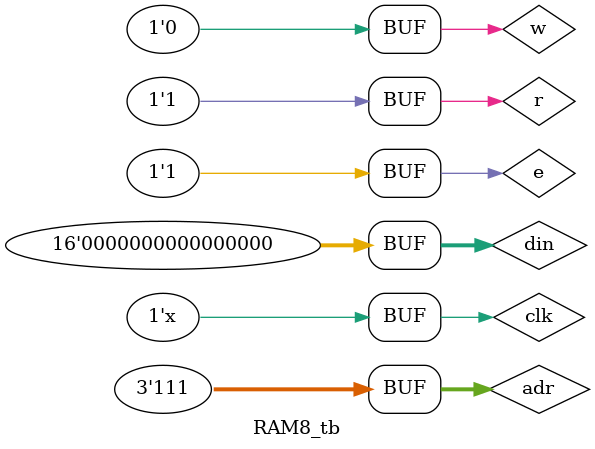
<source format=v>
module RAM8_tb;

wire [15:0] dout ;
reg [15:0] din ;
reg e,clk,w,r ;
reg [2:0] adr ;

initial 
    begin 
        e = 1'b1 ;
        clk = 1'b1 ;
    end

always 
    begin 
        clk = ~clk ; #3 ;
    end

always 
    begin
        din = 100 ; adr = 0 ; w = 1'b1 ; r = 1'b0 ; #10 ;
        din = 200 ; adr = 1 ; w = 1'b1 ; r = 1'b0 ; #10 ;
        din = 300 ; adr = 2 ; w = 1'b1 ; r = 1'b0 ; #10 ;
        din = 400 ; adr = 3 ; w = 1'b1 ; r = 1'b0 ; #10 ;
        din = 500 ; adr = 4 ; w = 1'b1 ; r = 1'b0 ; #10 ;
        din = 600 ; adr = 5 ; w = 1'b1 ; r = 1'b0 ; #10 ;
        din = 700 ; adr = 6 ; w = 1'b1 ; r = 1'b0 ; #10 ;
        din = 800 ; adr = 7 ; w = 1'b1 ; r = 1'b0 ; #10 ;

        din = 0 ; adr = 0 ; w = 1'b0 ; r = 1'b1 ; #10 ;
        din = 0 ; adr = 1 ; w = 1'b0 ; r = 1'b1 ; #10 ;
        din = 0 ; adr = 2 ; w = 1'b0 ; r = 1'b1 ; #10 ;
        din = 0 ; adr = 3 ; w = 1'b0 ; r = 1'b1 ; #10 ;
        din = 0 ; adr = 4 ; w = 1'b0 ; r = 1'b1 ; #10 ;
        din = 0 ; adr = 5 ; w = 1'b0 ; r = 1'b1 ; #10 ;
        din = 0 ; adr = 6 ; w = 1'b0 ; r = 1'b1 ; #10 ;
        din = 0 ; adr = 7 ; w = 1'b0 ; r = 1'b1 ; #10 ;

    end


RAM8 r1(dout,din,e,clk,adr,w,r) ;

endmodule

</source>
